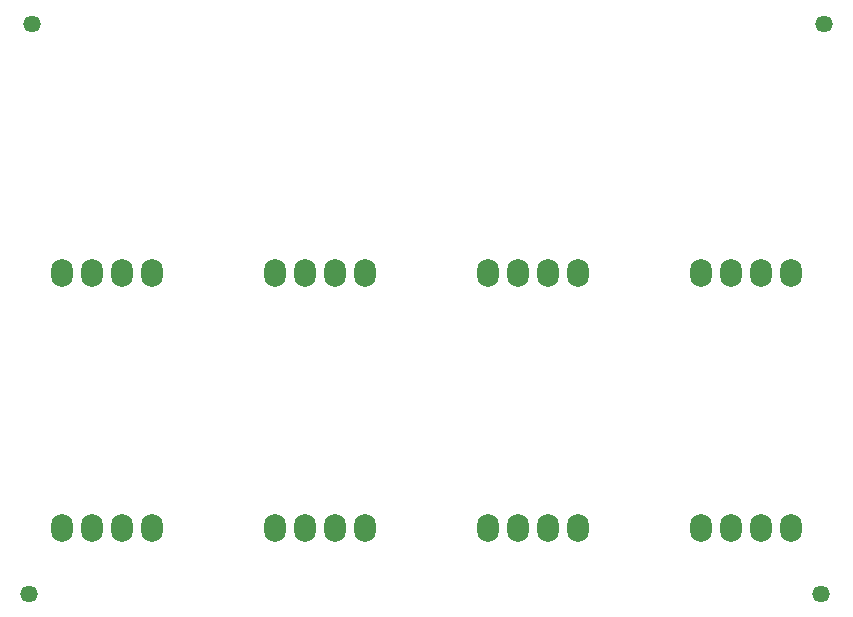
<source format=gbs>
G04 #@! TF.FileFunction,Soldermask,Bot*
%FSLAX46Y46*%
G04 Gerber Fmt 4.6, Leading zero omitted, Abs format (unit mm)*
G04 Created by KiCad (PCBNEW 4.0.5+dfsg1-4) date Mon Jun 15 22:33:41 2020*
%MOMM*%
%LPD*%
G01*
G04 APERTURE LIST*
%ADD10C,0.100000*%
%ADD11C,1.468000*%
%ADD12O,1.828800X2.401600*%
G04 APERTURE END LIST*
D10*
D11*
X118110000Y-120650000D03*
X118364000Y-72390000D03*
X185420000Y-72390000D03*
D12*
X138938000Y-115062000D03*
X141478000Y-115062000D03*
X144018000Y-115062000D03*
X146558000Y-115062000D03*
X120904000Y-93472000D03*
X123444000Y-93472000D03*
X125984000Y-93472000D03*
X128524000Y-93472000D03*
X138938000Y-93472000D03*
X141478000Y-93472000D03*
X144018000Y-93472000D03*
X146558000Y-93472000D03*
X120904000Y-115062000D03*
X123444000Y-115062000D03*
X125984000Y-115062000D03*
X128524000Y-115062000D03*
X175006000Y-93472000D03*
X177546000Y-93472000D03*
X180086000Y-93472000D03*
X182626000Y-93472000D03*
X156972000Y-93472000D03*
X159512000Y-93472000D03*
X162052000Y-93472000D03*
X164592000Y-93472000D03*
X156972000Y-115062000D03*
X159512000Y-115062000D03*
X162052000Y-115062000D03*
X164592000Y-115062000D03*
X175006000Y-115062000D03*
X177546000Y-115062000D03*
X180086000Y-115062000D03*
X182626000Y-115062000D03*
D11*
X185166000Y-120650000D03*
M02*

</source>
